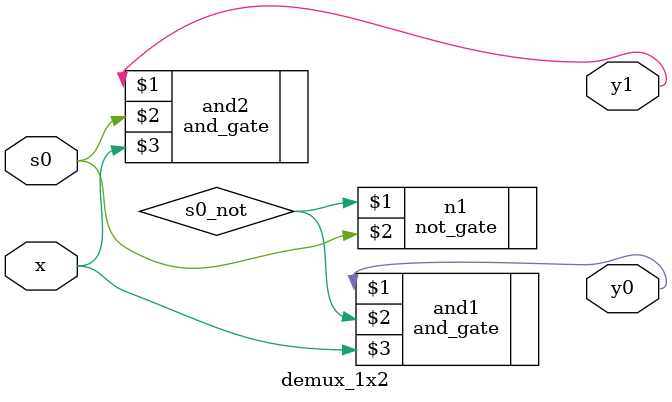
<source format=v>
module demux_1x2(y0,y1,x,s0);

    output y0,y1;
    input x,s0;
    wire s0_not;

    not_gate n1(s0_not,s0);
    and_gate and1(y0,s0_not,x);
    and_gate and2(y1,s0,x);

endmodule
</source>
